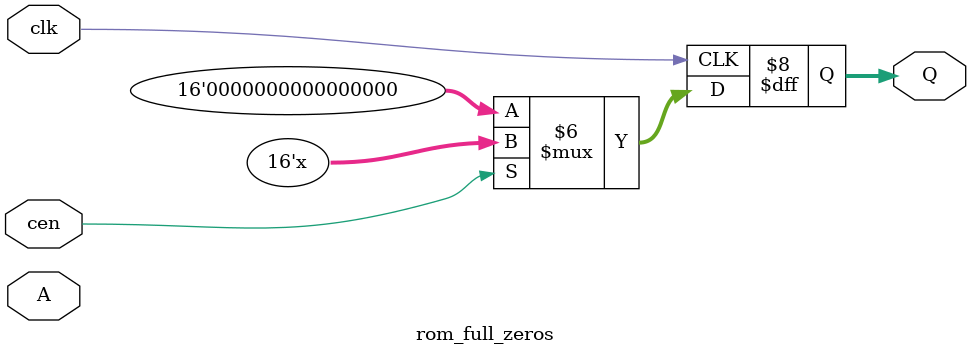
<source format=v>

`define ROM_ENABLE 1'b0
`define ROM_DISABLE 1'b1

module rom_full_zeros #(
  parameter                   ROM_DEPTH = 1024,   // rom depth
  parameter                   NUM_DATA = 1,       // the number of data in a memory word
  parameter                   BIT_WIDTH = 16      // bit width of one data
) (
  input wire                  clk,                // system clock
  input wire                  cen,                // chip enable (active low)
  input wire  [clog2(ROM_DEPTH)-1:0]
                              A,                  // rom read address
  output reg  [NUM_DATA*BIT_WIDTH-1:0]
                              Q                   // rom read data
);

// ---------------------------
// Ceiling of log2
// ---------------------------
function integer clog2(input integer n);
  integer i;
  begin
    clog2 = 0;
    for (i = n - 1; i > 0; i = i >> 1) begin
      clog2   = clog2 + 1;
    end
  end
endfunction

// -----------------------------------------------------------
// Behavior of the ROM of full 0s (output 0 when chip enable)
// -----------------------------------------------------------
always @(posedge clk) begin
  if (cen == `ROM_ENABLE) begin
    Q         <= {(NUM_DATA*BIT_WIDTH){1'b0}};
  end else begin
    Q         <= {(NUM_DATA*BIT_WIDTH){1'bx}};
  end
end

endmodule

</source>
